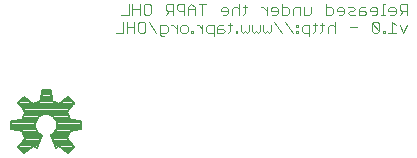
<source format=gbo>
G75*
G70*
%OFA0B0*%
%FSLAX24Y24*%
%IPPOS*%
%LPD*%
%AMOC8*
5,1,8,0,0,1.08239X$1,22.5*
%
%ADD10C,0.0030*%
%ADD11C,0.0079*%
D10*
X023156Y017682D02*
X023218Y017620D01*
X023279Y017620D01*
X023156Y017682D02*
X023156Y017990D01*
X023341Y017990D01*
X023403Y017929D01*
X023403Y017805D01*
X023341Y017744D01*
X023156Y017744D01*
X023034Y017744D02*
X022788Y018114D01*
X022666Y018052D02*
X022666Y017805D01*
X022604Y017744D01*
X022481Y017744D01*
X022419Y017805D01*
X022419Y018052D01*
X022481Y018114D01*
X022604Y018114D01*
X022666Y018052D01*
X022665Y018344D02*
X022603Y018405D01*
X022603Y018652D01*
X022665Y018714D01*
X022789Y018714D01*
X022850Y018652D01*
X022850Y018405D01*
X022789Y018344D01*
X022665Y018344D01*
X022482Y018344D02*
X022482Y018714D01*
X022482Y018529D02*
X022235Y018529D01*
X022235Y018714D02*
X022235Y018344D01*
X022114Y018344D02*
X021867Y018344D01*
X021929Y018114D02*
X021929Y017744D01*
X021683Y017744D01*
X022051Y017744D02*
X022051Y018114D01*
X022051Y017929D02*
X022298Y017929D01*
X022298Y017744D02*
X022298Y018114D01*
X022114Y018344D02*
X022114Y018714D01*
X023340Y018652D02*
X023340Y018529D01*
X023402Y018467D01*
X023587Y018467D01*
X023587Y018344D02*
X023587Y018714D01*
X023402Y018714D01*
X023340Y018652D01*
X023463Y018467D02*
X023340Y018344D01*
X023708Y018529D02*
X023770Y018467D01*
X023955Y018467D01*
X023955Y018344D02*
X023955Y018714D01*
X023770Y018714D01*
X023708Y018652D01*
X023708Y018529D01*
X024077Y018529D02*
X024324Y018529D01*
X024324Y018590D02*
X024200Y018714D01*
X024077Y018590D01*
X024077Y018344D01*
X024324Y018344D02*
X024324Y018590D01*
X024445Y018714D02*
X024692Y018714D01*
X024568Y018714D02*
X024568Y018344D01*
X024569Y017990D02*
X024569Y017744D01*
X024569Y017867D02*
X024446Y017990D01*
X024384Y017990D01*
X024262Y017805D02*
X024200Y017805D01*
X024200Y017744D01*
X024262Y017744D01*
X024262Y017805D01*
X024078Y017805D02*
X024078Y017929D01*
X024016Y017990D01*
X023893Y017990D01*
X023831Y017929D01*
X023831Y017805D01*
X023893Y017744D01*
X024016Y017744D01*
X024078Y017805D01*
X023710Y017744D02*
X023710Y017990D01*
X023710Y017867D02*
X023586Y017990D01*
X023525Y017990D01*
X024690Y017929D02*
X024690Y017805D01*
X024752Y017744D01*
X024937Y017744D01*
X025059Y017744D02*
X025244Y017744D01*
X025306Y017805D01*
X025244Y017867D01*
X025059Y017867D01*
X025059Y017929D02*
X025059Y017744D01*
X024937Y017620D02*
X024937Y017990D01*
X024752Y017990D01*
X024690Y017929D01*
X025059Y017929D02*
X025121Y017990D01*
X025244Y017990D01*
X025428Y017990D02*
X025551Y017990D01*
X025490Y018052D02*
X025490Y017805D01*
X025428Y017744D01*
X025674Y017744D02*
X025735Y017744D01*
X025735Y017805D01*
X025674Y017805D01*
X025674Y017744D01*
X025857Y017805D02*
X025857Y017990D01*
X025857Y017805D02*
X025919Y017744D01*
X025980Y017805D01*
X026042Y017744D01*
X026104Y017805D01*
X026104Y017990D01*
X026225Y017990D02*
X026225Y017805D01*
X026287Y017744D01*
X026349Y017805D01*
X026410Y017744D01*
X026472Y017805D01*
X026472Y017990D01*
X026593Y017990D02*
X026593Y017805D01*
X026655Y017744D01*
X026717Y017805D01*
X026779Y017744D01*
X026840Y017805D01*
X026840Y017990D01*
X026962Y018114D02*
X027209Y017744D01*
X027577Y017744D02*
X027330Y018114D01*
X027392Y018344D02*
X027454Y018405D01*
X027454Y018529D01*
X027392Y018590D01*
X027207Y018590D01*
X027207Y018714D02*
X027207Y018344D01*
X027392Y018344D01*
X027576Y018344D02*
X027576Y018529D01*
X027637Y018590D01*
X027823Y018590D01*
X027823Y018344D01*
X027944Y018344D02*
X027944Y018590D01*
X027944Y018344D02*
X028129Y018344D01*
X028191Y018405D01*
X028191Y018590D01*
X028681Y018590D02*
X028866Y018590D01*
X028927Y018529D01*
X028927Y018405D01*
X028866Y018344D01*
X028681Y018344D01*
X028681Y018714D01*
X029049Y018529D02*
X029049Y018467D01*
X029296Y018467D01*
X029296Y018529D02*
X029234Y018590D01*
X029111Y018590D01*
X029049Y018529D01*
X029111Y018344D02*
X029234Y018344D01*
X029296Y018405D01*
X029296Y018529D01*
X029417Y018590D02*
X029602Y018590D01*
X029664Y018529D01*
X029602Y018467D01*
X029479Y018467D01*
X029417Y018405D01*
X029479Y018344D01*
X029664Y018344D01*
X029786Y018344D02*
X029786Y018529D01*
X029847Y018590D01*
X029971Y018590D01*
X029971Y018467D02*
X029786Y018467D01*
X029786Y018344D02*
X029971Y018344D01*
X030032Y018405D01*
X029971Y018467D01*
X030154Y018467D02*
X030401Y018467D01*
X030401Y018529D02*
X030339Y018590D01*
X030216Y018590D01*
X030154Y018529D01*
X030154Y018467D01*
X030216Y018344D02*
X030339Y018344D01*
X030401Y018405D01*
X030401Y018529D01*
X030523Y018344D02*
X030646Y018344D01*
X030585Y018344D02*
X030585Y018714D01*
X030646Y018714D01*
X030829Y018590D02*
X030768Y018529D01*
X030768Y018467D01*
X031015Y018467D01*
X031015Y018529D02*
X030953Y018590D01*
X030829Y018590D01*
X031015Y018529D02*
X031015Y018405D01*
X030953Y018344D01*
X030829Y018344D01*
X030891Y018114D02*
X030891Y017744D01*
X030768Y017744D02*
X031015Y017744D01*
X031259Y017744D02*
X031136Y017990D01*
X031015Y017990D02*
X030891Y018114D01*
X031136Y018344D02*
X031259Y018467D01*
X031198Y018467D02*
X031383Y018467D01*
X031383Y018344D02*
X031383Y018714D01*
X031198Y018714D01*
X031136Y018652D01*
X031136Y018529D01*
X031198Y018467D01*
X030462Y018052D02*
X030400Y018114D01*
X030277Y018114D01*
X030215Y018052D01*
X030462Y017805D01*
X030400Y017744D01*
X030277Y017744D01*
X030215Y017805D01*
X030215Y018052D01*
X030462Y018052D02*
X030462Y017805D01*
X030585Y017805D02*
X030585Y017744D01*
X030646Y017744D01*
X030646Y017805D01*
X030585Y017805D01*
X031259Y017744D02*
X031383Y017990D01*
X029725Y017929D02*
X029479Y017929D01*
X028989Y017929D02*
X028927Y017990D01*
X028804Y017990D01*
X028742Y017929D01*
X028742Y017744D01*
X028559Y017805D02*
X028497Y017744D01*
X028559Y017805D02*
X028559Y018052D01*
X028621Y017990D02*
X028497Y017990D01*
X028375Y017990D02*
X028252Y017990D01*
X028313Y018052D02*
X028313Y017805D01*
X028252Y017744D01*
X028129Y017744D02*
X027944Y017744D01*
X027883Y017805D01*
X027883Y017929D01*
X027944Y017990D01*
X028129Y017990D01*
X028129Y017620D01*
X027761Y017744D02*
X027761Y017805D01*
X027699Y017805D01*
X027699Y017744D01*
X027761Y017744D01*
X027761Y017929D02*
X027699Y017929D01*
X027699Y017990D01*
X027761Y017990D01*
X027761Y017929D01*
X027086Y018405D02*
X027086Y018529D01*
X027024Y018590D01*
X026901Y018590D01*
X026839Y018529D01*
X026839Y018467D01*
X027086Y018467D01*
X027086Y018405D02*
X027024Y018344D01*
X026901Y018344D01*
X026718Y018344D02*
X026718Y018590D01*
X026718Y018467D02*
X026594Y018590D01*
X026532Y018590D01*
X026042Y018590D02*
X025919Y018590D01*
X025981Y018652D02*
X025981Y018405D01*
X025919Y018344D01*
X025797Y018344D02*
X025797Y018714D01*
X025735Y018590D02*
X025612Y018590D01*
X025550Y018529D01*
X025550Y018344D01*
X025428Y018405D02*
X025428Y018529D01*
X025367Y018590D01*
X025243Y018590D01*
X025182Y018529D01*
X025182Y018467D01*
X025428Y018467D01*
X025428Y018405D02*
X025367Y018344D01*
X025243Y018344D01*
X025735Y018590D02*
X025797Y018529D01*
X028989Y018114D02*
X028989Y017744D01*
D11*
X018635Y013733D02*
X018432Y013937D01*
X018674Y014234D01*
X018631Y014312D01*
X018596Y014395D01*
X018571Y014481D01*
X018190Y014520D01*
X018190Y014808D01*
X018571Y014847D01*
X018596Y014933D01*
X018631Y015016D01*
X018674Y015094D01*
X018432Y015391D01*
X018635Y015595D01*
X018932Y015353D01*
X019011Y015396D01*
X019094Y015430D01*
X019180Y015455D01*
X019219Y015836D01*
X019506Y015836D01*
X019545Y015455D01*
X019631Y015430D01*
X019714Y015396D01*
X019793Y015353D01*
X020090Y015595D01*
X020293Y015391D01*
X020051Y015094D01*
X020094Y015016D01*
X020129Y014933D01*
X020154Y014847D01*
X020535Y014808D01*
X020535Y014520D01*
X020154Y014481D01*
X020129Y014395D01*
X020094Y014312D01*
X020051Y014234D01*
X020293Y013937D01*
X020090Y013733D01*
X019793Y013975D01*
X019734Y013942D01*
X019673Y013914D01*
X019504Y014323D01*
X019567Y014357D01*
X019623Y014403D01*
X019669Y014459D01*
X019703Y014523D01*
X019724Y014592D01*
X019732Y014664D01*
X019724Y014736D01*
X019703Y014805D01*
X019669Y014869D01*
X019623Y014925D01*
X019567Y014971D01*
X019504Y015005D01*
X019434Y015026D01*
X019362Y015033D01*
X019290Y015026D01*
X019221Y015005D01*
X019157Y014971D01*
X019101Y014925D01*
X019056Y014869D01*
X019021Y014805D01*
X019000Y014736D01*
X018993Y014664D01*
X019000Y014592D01*
X019021Y014523D01*
X019056Y014459D01*
X019101Y014403D01*
X019157Y014357D01*
X019221Y014323D01*
X019052Y013914D01*
X018991Y013942D01*
X018932Y013975D01*
X018635Y013733D01*
X018614Y013754D02*
X018661Y013754D01*
X018756Y013832D02*
X018537Y013832D01*
X018460Y013909D02*
X018851Y013909D01*
X019082Y013986D02*
X018472Y013986D01*
X018535Y014063D02*
X019114Y014063D01*
X019146Y014141D02*
X018598Y014141D01*
X018661Y014218D02*
X019178Y014218D01*
X019210Y014295D02*
X018640Y014295D01*
X018606Y014372D02*
X019139Y014372D01*
X019063Y014449D02*
X018580Y014449D01*
X018190Y014527D02*
X019020Y014527D01*
X018999Y014604D02*
X018190Y014604D01*
X018190Y014681D02*
X018995Y014681D01*
X019007Y014758D02*
X018190Y014758D01*
X018464Y014836D02*
X019038Y014836D01*
X019092Y014913D02*
X018590Y014913D01*
X018620Y014990D02*
X019194Y014990D01*
X019531Y014990D02*
X020105Y014990D01*
X020134Y014913D02*
X019633Y014913D01*
X019687Y014836D02*
X020261Y014836D01*
X020535Y014758D02*
X019718Y014758D01*
X019730Y014681D02*
X020535Y014681D01*
X020535Y014604D02*
X019726Y014604D01*
X019705Y014527D02*
X020535Y014527D01*
X020144Y014449D02*
X019662Y014449D01*
X019586Y014372D02*
X020119Y014372D01*
X020085Y014295D02*
X019515Y014295D01*
X019547Y014218D02*
X020064Y014218D01*
X020127Y014141D02*
X019579Y014141D01*
X019611Y014063D02*
X020190Y014063D01*
X020253Y013986D02*
X019643Y013986D01*
X019874Y013909D02*
X020265Y013909D01*
X020188Y013832D02*
X019969Y013832D01*
X020064Y013754D02*
X020111Y013754D01*
X020066Y015067D02*
X018659Y015067D01*
X018633Y015145D02*
X020092Y015145D01*
X020155Y015222D02*
X018570Y015222D01*
X018507Y015299D02*
X020218Y015299D01*
X020281Y015376D02*
X019822Y015376D01*
X019750Y015376D02*
X018975Y015376D01*
X018903Y015376D02*
X018444Y015376D01*
X018494Y015454D02*
X018808Y015454D01*
X018714Y015531D02*
X018571Y015531D01*
X019174Y015454D02*
X019550Y015454D01*
X019537Y015531D02*
X019187Y015531D01*
X019195Y015608D02*
X019530Y015608D01*
X019522Y015685D02*
X019203Y015685D01*
X019211Y015763D02*
X019514Y015763D01*
X019917Y015454D02*
X020231Y015454D01*
X020153Y015531D02*
X020011Y015531D01*
M02*

</source>
